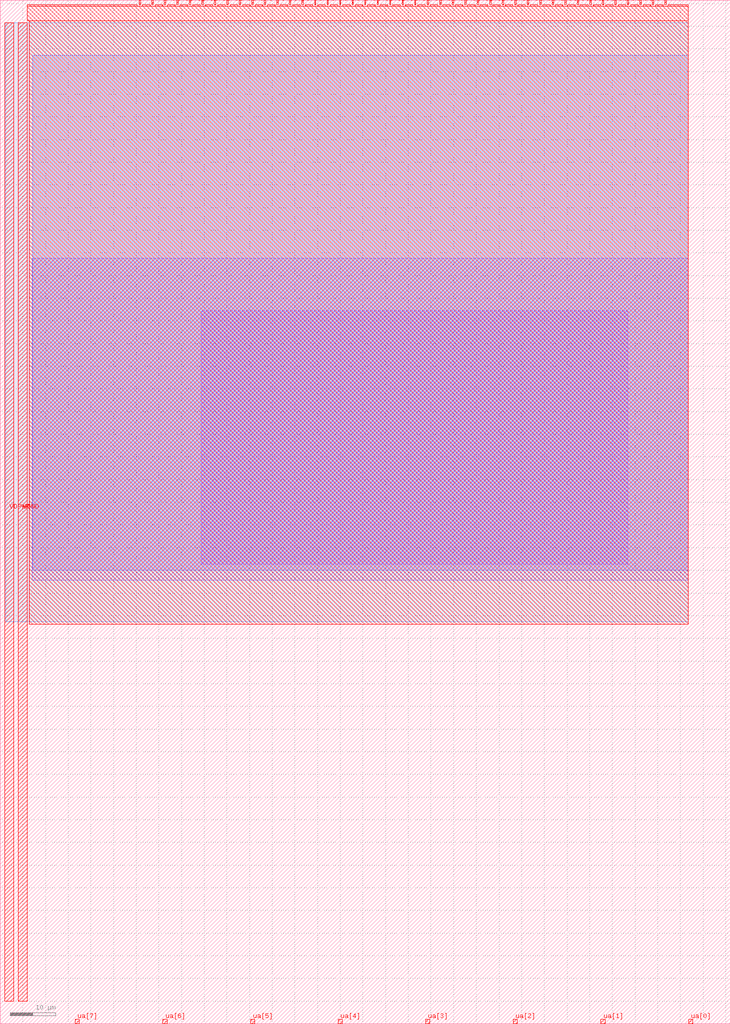
<source format=lef>
MACRO tt_um_Isaac_AND_IC_TopLevel
  CLASS BLOCK ;
  FOREIGN tt_um_Isaac_AND_IC_TopLevel ;
  ORIGIN 0.000 0.000 ;
  SIZE 161.000 BY 225.760 ;
  PIN clk
    DIRECTION INPUT ;
    USE SIGNAL ;
    PORT
      LAYER met4 ;
        RECT 143.830 224.760 144.130 225.760 ;
    END
  END clk
  PIN ena
    DIRECTION INPUT ;
    USE SIGNAL ;
    PORT
      LAYER met4 ;
        RECT 146.590 224.760 146.890 225.760 ;
    END
  END ena
  PIN rst_n
    DIRECTION INPUT ;
    USE SIGNAL ;
    PORT
      LAYER met4 ;
        RECT 141.070 224.760 141.370 225.760 ;
    END
  END rst_n
  PIN ua[0]
    DIRECTION INOUT ;
    USE SIGNAL ;
    PORT
      LAYER met4 ;
        RECT 151.810 0.000 152.710 1.000 ;
    END
  END ua[0]
  PIN ua[1]
    DIRECTION INOUT ;
    USE SIGNAL ;
    PORT
      LAYER met4 ;
        RECT 132.490 0.000 133.390 1.000 ;
    END
  END ua[1]
  PIN ua[2]
    DIRECTION INOUT ;
    USE SIGNAL ;
    PORT
      LAYER met4 ;
        RECT 113.170 0.000 114.070 1.000 ;
    END
  END ua[2]
  PIN ua[3]
    DIRECTION INOUT ;
    USE SIGNAL ;
    PORT
      LAYER met4 ;
        RECT 93.850 0.000 94.750 1.000 ;
    END
  END ua[3]
  PIN ua[4]
    DIRECTION INOUT ;
    USE SIGNAL ;
    PORT
      LAYER met4 ;
        RECT 74.530 0.000 75.430 1.000 ;
    END
  END ua[4]
  PIN ua[5]
    DIRECTION INOUT ;
    USE SIGNAL ;
    PORT
      LAYER met4 ;
        RECT 55.210 0.000 56.110 1.000 ;
    END
  END ua[5]
  PIN ua[6]
    DIRECTION INOUT ;
    USE SIGNAL ;
    PORT
      LAYER met4 ;
        RECT 35.890 0.000 36.790 1.000 ;
    END
  END ua[6]
  PIN ua[7]
    DIRECTION INOUT ;
    USE SIGNAL ;
    PORT
      LAYER met4 ;
        RECT 16.570 0.000 17.470 1.000 ;
    END
  END ua[7]
  PIN ui_in[0]
    DIRECTION INPUT ;
    USE SIGNAL ;
    ANTENNAGATEAREA 0.450000 ;
    PORT
      LAYER met4 ;
        RECT 138.310 224.760 138.610 225.760 ;
    END
  END ui_in[0]
  PIN ui_in[1]
    DIRECTION INPUT ;
    USE SIGNAL ;
    ANTENNAGATEAREA 0.450000 ;
    PORT
      LAYER met4 ;
        RECT 135.550 224.760 135.850 225.760 ;
    END
  END ui_in[1]
  PIN ui_in[2]
    DIRECTION INPUT ;
    USE SIGNAL ;
    ANTENNAGATEAREA 0.450000 ;
    PORT
      LAYER met4 ;
        RECT 132.790 224.760 133.090 225.760 ;
    END
  END ui_in[2]
  PIN ui_in[3]
    DIRECTION INPUT ;
    USE SIGNAL ;
    ANTENNAGATEAREA 0.450000 ;
    PORT
      LAYER met4 ;
        RECT 130.030 224.760 130.330 225.760 ;
    END
  END ui_in[3]
  PIN ui_in[4]
    DIRECTION INPUT ;
    USE SIGNAL ;
    ANTENNAGATEAREA 0.450000 ;
    PORT
      LAYER met4 ;
        RECT 127.270 224.760 127.570 225.760 ;
    END
  END ui_in[4]
  PIN ui_in[5]
    DIRECTION INPUT ;
    USE SIGNAL ;
    ANTENNAGATEAREA 0.450000 ;
    PORT
      LAYER met4 ;
        RECT 124.510 224.760 124.810 225.760 ;
    END
  END ui_in[5]
  PIN ui_in[6]
    DIRECTION INPUT ;
    USE SIGNAL ;
    ANTENNAGATEAREA 0.450000 ;
    PORT
      LAYER met4 ;
        RECT 121.750 224.760 122.050 225.760 ;
    END
  END ui_in[6]
  PIN ui_in[7]
    DIRECTION INPUT ;
    USE SIGNAL ;
    ANTENNAGATEAREA 0.450000 ;
    PORT
      LAYER met4 ;
        RECT 118.990 224.760 119.290 225.760 ;
    END
  END ui_in[7]
  PIN uio_in[0]
    DIRECTION INPUT ;
    USE SIGNAL ;
    PORT
      LAYER met4 ;
        RECT 116.230 224.760 116.530 225.760 ;
    END
  END uio_in[0]
  PIN uio_in[1]
    DIRECTION INPUT ;
    USE SIGNAL ;
    PORT
      LAYER met4 ;
        RECT 113.470 224.760 113.770 225.760 ;
    END
  END uio_in[1]
  PIN uio_in[2]
    DIRECTION INPUT ;
    USE SIGNAL ;
    PORT
      LAYER met4 ;
        RECT 110.710 224.760 111.010 225.760 ;
    END
  END uio_in[2]
  PIN uio_in[3]
    DIRECTION INPUT ;
    USE SIGNAL ;
    PORT
      LAYER met4 ;
        RECT 107.950 224.760 108.250 225.760 ;
    END
  END uio_in[3]
  PIN uio_in[4]
    DIRECTION INPUT ;
    USE SIGNAL ;
    PORT
      LAYER met4 ;
        RECT 105.190 224.760 105.490 225.760 ;
    END
  END uio_in[4]
  PIN uio_in[5]
    DIRECTION INPUT ;
    USE SIGNAL ;
    PORT
      LAYER met4 ;
        RECT 102.430 224.760 102.730 225.760 ;
    END
  END uio_in[5]
  PIN uio_in[6]
    DIRECTION INPUT ;
    USE SIGNAL ;
    PORT
      LAYER met4 ;
        RECT 99.670 224.760 99.970 225.760 ;
    END
  END uio_in[6]
  PIN uio_in[7]
    DIRECTION INPUT ;
    USE SIGNAL ;
    PORT
      LAYER met4 ;
        RECT 96.910 224.760 97.210 225.760 ;
    END
  END uio_in[7]
  PIN uio_oe[0]
    DIRECTION OUTPUT ;
    USE SIGNAL ;
    ANTENNADIFFAREA 19.251999 ;
    PORT
      LAYER met4 ;
        RECT 49.990 224.760 50.290 225.760 ;
    END
  END uio_oe[0]
  PIN uio_oe[1]
    DIRECTION OUTPUT ;
    USE SIGNAL ;
    ANTENNADIFFAREA 19.251999 ;
    PORT
      LAYER met4 ;
        RECT 47.230 224.760 47.530 225.760 ;
    END
  END uio_oe[1]
  PIN uio_oe[2]
    DIRECTION OUTPUT ;
    USE SIGNAL ;
    ANTENNADIFFAREA 19.251999 ;
    PORT
      LAYER met4 ;
        RECT 44.470 224.760 44.770 225.760 ;
    END
  END uio_oe[2]
  PIN uio_oe[3]
    DIRECTION OUTPUT ;
    USE SIGNAL ;
    ANTENNADIFFAREA 19.251999 ;
    PORT
      LAYER met4 ;
        RECT 41.710 224.760 42.010 225.760 ;
    END
  END uio_oe[3]
  PIN uio_oe[4]
    DIRECTION OUTPUT ;
    USE SIGNAL ;
    ANTENNADIFFAREA 19.251999 ;
    PORT
      LAYER met4 ;
        RECT 38.950 224.760 39.250 225.760 ;
    END
  END uio_oe[4]
  PIN uio_oe[5]
    DIRECTION OUTPUT ;
    USE SIGNAL ;
    ANTENNADIFFAREA 19.251999 ;
    PORT
      LAYER met4 ;
        RECT 36.190 224.760 36.490 225.760 ;
    END
  END uio_oe[5]
  PIN uio_oe[6]
    DIRECTION OUTPUT ;
    USE SIGNAL ;
    ANTENNADIFFAREA 19.251999 ;
    PORT
      LAYER met4 ;
        RECT 33.430 224.760 33.730 225.760 ;
    END
  END uio_oe[6]
  PIN uio_oe[7]
    DIRECTION OUTPUT ;
    USE SIGNAL ;
    ANTENNADIFFAREA 19.251999 ;
    PORT
      LAYER met4 ;
        RECT 30.670 224.760 30.970 225.760 ;
    END
  END uio_oe[7]
  PIN uio_out[0]
    DIRECTION OUTPUT ;
    USE SIGNAL ;
    ANTENNADIFFAREA 19.251999 ;
    PORT
      LAYER met4 ;
        RECT 72.070 224.760 72.370 225.760 ;
    END
  END uio_out[0]
  PIN uio_out[1]
    DIRECTION OUTPUT ;
    USE SIGNAL ;
    ANTENNADIFFAREA 19.251999 ;
    PORT
      LAYER met4 ;
        RECT 69.310 224.760 69.610 225.760 ;
    END
  END uio_out[1]
  PIN uio_out[2]
    DIRECTION OUTPUT ;
    USE SIGNAL ;
    ANTENNADIFFAREA 19.251999 ;
    PORT
      LAYER met4 ;
        RECT 66.550 224.760 66.850 225.760 ;
    END
  END uio_out[2]
  PIN uio_out[3]
    DIRECTION OUTPUT ;
    USE SIGNAL ;
    ANTENNADIFFAREA 19.251999 ;
    PORT
      LAYER met4 ;
        RECT 63.790 224.760 64.090 225.760 ;
    END
  END uio_out[3]
  PIN uio_out[4]
    DIRECTION OUTPUT ;
    USE SIGNAL ;
    ANTENNADIFFAREA 19.251999 ;
    PORT
      LAYER met4 ;
        RECT 61.030 224.760 61.330 225.760 ;
    END
  END uio_out[4]
  PIN uio_out[5]
    DIRECTION OUTPUT ;
    USE SIGNAL ;
    ANTENNADIFFAREA 19.251999 ;
    PORT
      LAYER met4 ;
        RECT 58.270 224.760 58.570 225.760 ;
    END
  END uio_out[5]
  PIN uio_out[6]
    DIRECTION OUTPUT ;
    USE SIGNAL ;
    ANTENNADIFFAREA 19.251999 ;
    PORT
      LAYER met4 ;
        RECT 55.510 224.760 55.810 225.760 ;
    END
  END uio_out[6]
  PIN uio_out[7]
    DIRECTION OUTPUT ;
    USE SIGNAL ;
    ANTENNADIFFAREA 19.251999 ;
    PORT
      LAYER met4 ;
        RECT 52.750 224.760 53.050 225.760 ;
    END
  END uio_out[7]
  PIN uo_out[0]
    DIRECTION OUTPUT ;
    USE SIGNAL ;
    ANTENNADIFFAREA 0.870000 ;
    PORT
      LAYER met4 ;
        RECT 94.150 224.760 94.450 225.760 ;
    END
  END uo_out[0]
  PIN uo_out[1]
    DIRECTION OUTPUT ;
    USE SIGNAL ;
    ANTENNADIFFAREA 0.870000 ;
    PORT
      LAYER met4 ;
        RECT 91.390 224.760 91.690 225.760 ;
    END
  END uo_out[1]
  PIN uo_out[2]
    DIRECTION OUTPUT ;
    USE SIGNAL ;
    ANTENNADIFFAREA 0.870000 ;
    PORT
      LAYER met4 ;
        RECT 88.630 224.760 88.930 225.760 ;
    END
  END uo_out[2]
  PIN uo_out[3]
    DIRECTION OUTPUT ;
    USE SIGNAL ;
    ANTENNADIFFAREA 0.870000 ;
    PORT
      LAYER met4 ;
        RECT 85.870 224.760 86.170 225.760 ;
    END
  END uo_out[3]
  PIN uo_out[4]
    DIRECTION OUTPUT ;
    USE SIGNAL ;
    ANTENNADIFFAREA 19.251999 ;
    PORT
      LAYER met4 ;
        RECT 83.110 224.760 83.410 225.760 ;
    END
  END uo_out[4]
  PIN uo_out[5]
    DIRECTION OUTPUT ;
    USE SIGNAL ;
    ANTENNADIFFAREA 19.251999 ;
    PORT
      LAYER met4 ;
        RECT 80.350 224.760 80.650 225.760 ;
    END
  END uo_out[5]
  PIN uo_out[6]
    DIRECTION OUTPUT ;
    USE SIGNAL ;
    ANTENNADIFFAREA 19.251999 ;
    PORT
      LAYER met4 ;
        RECT 77.590 224.760 77.890 225.760 ;
    END
  END uo_out[6]
  PIN uo_out[7]
    DIRECTION OUTPUT ;
    USE SIGNAL ;
    ANTENNADIFFAREA 19.251999 ;
    PORT
      LAYER met4 ;
        RECT 74.830 224.760 75.130 225.760 ;
    END
  END uo_out[7]
  PIN VDPWR
    DIRECTION INOUT ;
    USE POWER ;
    PORT
      LAYER met4 ;
        RECT 1.000 5.000 3.000 220.760 ;
    END
  END VDPWR
  PIN VGND
    DIRECTION INOUT ;
    USE GROUND ;
    PORT
      LAYER met4 ;
        RECT 4.000 5.000 6.000 220.760 ;
    END
  END VGND
  OBS
      LAYER li1 ;
        RECT 44.280 101.325 138.380 157.270 ;
      LAYER met1 ;
        RECT 7.090 97.850 151.710 168.780 ;
      LAYER met2 ;
        RECT 7.155 100.070 151.740 213.645 ;
      LAYER met3 ;
        RECT 1.220 88.650 151.735 220.750 ;
      LAYER met4 ;
        RECT 6.000 224.360 30.270 224.760 ;
        RECT 31.370 224.360 33.030 224.760 ;
        RECT 34.130 224.360 35.790 224.760 ;
        RECT 36.890 224.360 38.550 224.760 ;
        RECT 39.650 224.360 41.310 224.760 ;
        RECT 42.410 224.360 44.070 224.760 ;
        RECT 45.170 224.360 46.830 224.760 ;
        RECT 47.930 224.360 49.590 224.760 ;
        RECT 50.690 224.360 52.350 224.760 ;
        RECT 53.450 224.360 55.110 224.760 ;
        RECT 56.210 224.360 57.870 224.760 ;
        RECT 58.970 224.360 60.630 224.760 ;
        RECT 61.730 224.360 63.390 224.760 ;
        RECT 64.490 224.360 66.150 224.760 ;
        RECT 67.250 224.360 68.910 224.760 ;
        RECT 70.010 224.360 71.670 224.760 ;
        RECT 72.770 224.360 74.430 224.760 ;
        RECT 75.530 224.360 77.190 224.760 ;
        RECT 78.290 224.360 79.950 224.760 ;
        RECT 81.050 224.360 82.710 224.760 ;
        RECT 83.810 224.360 85.470 224.760 ;
        RECT 86.570 224.360 88.230 224.760 ;
        RECT 89.330 224.360 90.990 224.760 ;
        RECT 92.090 224.360 93.750 224.760 ;
        RECT 94.850 224.360 96.510 224.760 ;
        RECT 97.610 224.360 99.270 224.760 ;
        RECT 100.370 224.360 102.030 224.760 ;
        RECT 103.130 224.360 104.790 224.760 ;
        RECT 105.890 224.360 107.550 224.760 ;
        RECT 108.650 224.360 110.310 224.760 ;
        RECT 111.410 224.360 113.070 224.760 ;
        RECT 114.170 224.360 115.830 224.760 ;
        RECT 116.930 224.360 118.590 224.760 ;
        RECT 119.690 224.360 121.350 224.760 ;
        RECT 122.450 224.360 124.110 224.760 ;
        RECT 125.210 224.360 126.870 224.760 ;
        RECT 127.970 224.360 129.630 224.760 ;
        RECT 130.730 224.360 132.390 224.760 ;
        RECT 133.490 224.360 135.150 224.760 ;
        RECT 136.250 224.360 137.910 224.760 ;
        RECT 139.010 224.360 140.670 224.760 ;
        RECT 141.770 224.360 143.430 224.760 ;
        RECT 144.530 224.360 146.190 224.760 ;
        RECT 147.290 224.360 151.715 224.760 ;
        RECT 6.000 221.160 151.715 224.360 ;
        RECT 6.400 88.130 151.715 221.160 ;
  END
END tt_um_Isaac_AND_IC_TopLevel
END LIBRARY


</source>
